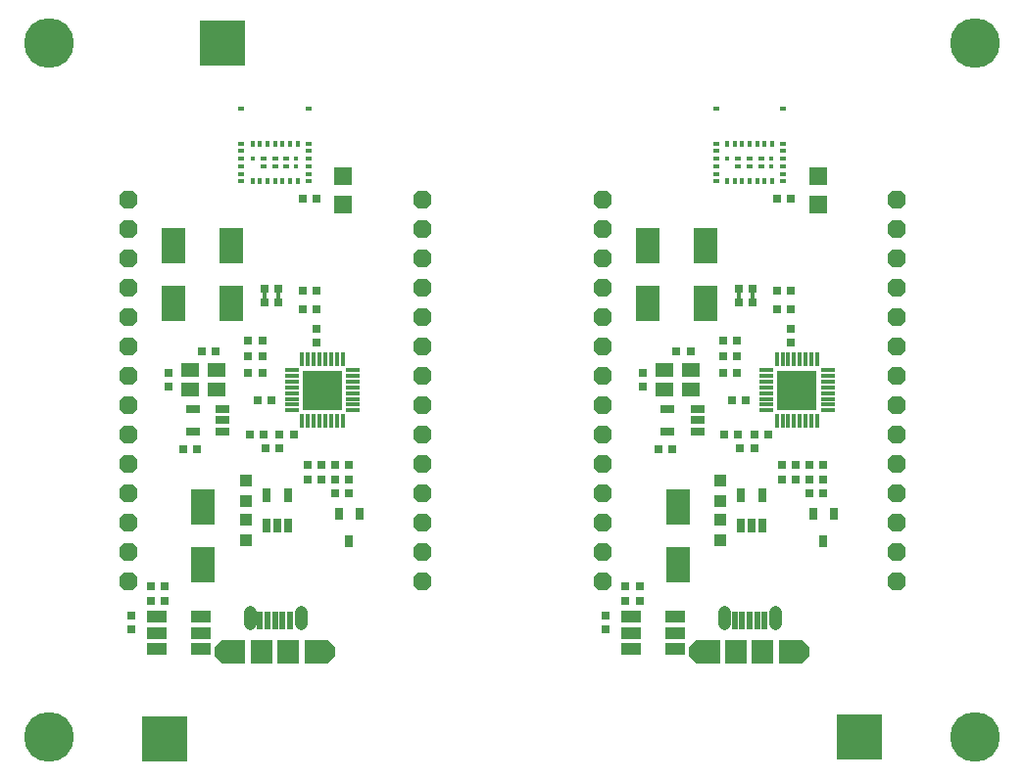
<source format=gts>
G75*
%MOIN*%
%OFA0B0*%
%FSLAX25Y25*%
%IPPOS*%
%LPD*%
%AMOC8*
5,1,8,0,0,1.08239X$1,22.5*
%
%ADD10C,0.16929*%
%ADD11R,0.01181X0.02362*%
%ADD12R,0.02362X0.01181*%
%ADD13R,0.01181X0.01181*%
%ADD14R,0.05906X0.05906*%
%ADD15R,0.03150X0.03150*%
%ADD16R,0.08268X0.12205*%
%ADD17R,0.04331X0.04331*%
%ADD18R,0.03150X0.05118*%
%ADD19R,0.03150X0.04331*%
%ADD20R,0.06693X0.03937*%
%ADD21OC8,0.06299*%
%ADD22C,0.04331*%
%ADD23R,0.15748X0.15748*%
%ADD24R,0.05906X0.05118*%
%ADD25R,0.13780X0.13780*%
%ADD26R,0.04921X0.01378*%
%ADD27R,0.01378X0.04921*%
%ADD28R,0.07480X0.07874*%
%ADD29R,0.06693X0.07874*%
%ADD30OC8,0.07874*%
%ADD31C,0.04331*%
%ADD32R,0.01969X0.05906*%
%ADD33R,0.01575X0.03543*%
%ADD34R,0.05118X0.03150*%
D10*
X0058658Y0068776D03*
X0058658Y0304996D03*
X0373619Y0304996D03*
X0373619Y0068776D03*
D11*
X0304524Y0258146D03*
X0301965Y0258146D03*
X0299406Y0258146D03*
X0296847Y0258146D03*
X0294288Y0258146D03*
X0291729Y0258146D03*
X0289170Y0258146D03*
X0289170Y0270744D03*
X0291729Y0270744D03*
X0294288Y0270744D03*
X0296847Y0270744D03*
X0299406Y0270744D03*
X0301965Y0270744D03*
X0304524Y0270744D03*
X0143107Y0270744D03*
X0140548Y0270744D03*
X0137989Y0270744D03*
X0135430Y0270744D03*
X0132871Y0270744D03*
X0130312Y0270744D03*
X0127753Y0270744D03*
X0127753Y0258146D03*
X0130312Y0258146D03*
X0132871Y0258146D03*
X0135430Y0258146D03*
X0137989Y0258146D03*
X0140548Y0258146D03*
X0143107Y0258146D03*
D12*
X0146847Y0258047D03*
X0146847Y0260606D03*
X0146847Y0263165D03*
X0146847Y0265724D03*
X0146847Y0268283D03*
X0146847Y0270843D03*
X0139367Y0265724D03*
X0139367Y0263165D03*
X0135430Y0263165D03*
X0135430Y0265724D03*
X0131493Y0265724D03*
X0131493Y0263165D03*
X0124012Y0263165D03*
X0124012Y0260606D03*
X0124012Y0258047D03*
X0124012Y0265724D03*
X0124012Y0268283D03*
X0124012Y0270843D03*
X0124012Y0282654D03*
X0146847Y0282654D03*
X0285430Y0282654D03*
X0285430Y0270843D03*
X0285430Y0268283D03*
X0285430Y0265724D03*
X0285430Y0263165D03*
X0285430Y0260606D03*
X0285430Y0258047D03*
X0292910Y0263165D03*
X0292910Y0265724D03*
X0296847Y0265724D03*
X0296847Y0263165D03*
X0300784Y0263165D03*
X0300784Y0265724D03*
X0308264Y0265724D03*
X0308264Y0263165D03*
X0308264Y0260606D03*
X0308264Y0258047D03*
X0308264Y0268283D03*
X0308264Y0270843D03*
X0308264Y0282654D03*
D13*
X0304131Y0265724D03*
X0304131Y0263165D03*
X0289170Y0265724D03*
X0142713Y0265724D03*
X0142713Y0263165D03*
X0127753Y0265724D03*
D14*
X0158658Y0259720D03*
X0158658Y0250272D03*
X0320075Y0250272D03*
X0320075Y0259720D03*
D15*
X0311020Y0252240D03*
X0306296Y0252240D03*
X0306296Y0220744D03*
X0311020Y0220744D03*
X0311020Y0214445D03*
X0306296Y0214445D03*
X0311020Y0207752D03*
X0311020Y0203028D03*
X0292516Y0203815D03*
X0287792Y0203815D03*
X0287792Y0198303D03*
X0292516Y0198303D03*
X0292516Y0192791D03*
X0287792Y0192791D03*
X0290942Y0183343D03*
X0295666Y0183343D03*
X0292910Y0171925D03*
X0288186Y0171925D03*
X0293698Y0167201D03*
X0298422Y0167201D03*
X0298422Y0171925D03*
X0303146Y0171925D03*
X0307871Y0161295D03*
X0312595Y0161295D03*
X0317320Y0161295D03*
X0322044Y0161295D03*
X0322044Y0156571D03*
X0317320Y0156571D03*
X0317320Y0151846D03*
X0322044Y0151846D03*
X0312595Y0156571D03*
X0307871Y0156571D03*
X0270469Y0166807D03*
X0265745Y0166807D03*
X0260627Y0188067D03*
X0260627Y0192791D03*
X0272044Y0200272D03*
X0276768Y0200272D03*
X0293304Y0216807D03*
X0298028Y0216807D03*
X0298028Y0221531D03*
X0293304Y0221531D03*
X0259446Y0119957D03*
X0259446Y0115232D03*
X0254721Y0115232D03*
X0254721Y0119957D03*
X0248028Y0110114D03*
X0248028Y0105390D03*
X0160627Y0151846D03*
X0155902Y0151846D03*
X0155902Y0156571D03*
X0151178Y0156571D03*
X0146453Y0156571D03*
X0146453Y0161295D03*
X0151178Y0161295D03*
X0155902Y0161295D03*
X0160627Y0161295D03*
X0160627Y0156571D03*
X0141729Y0171925D03*
X0137005Y0171925D03*
X0137005Y0167201D03*
X0132280Y0167201D03*
X0131493Y0171925D03*
X0126768Y0171925D03*
X0129524Y0183343D03*
X0134249Y0183343D03*
X0131099Y0192791D03*
X0126375Y0192791D03*
X0126375Y0198303D03*
X0131099Y0198303D03*
X0131099Y0203815D03*
X0126375Y0203815D03*
X0115351Y0200272D03*
X0110627Y0200272D03*
X0099209Y0192791D03*
X0099209Y0188067D03*
X0104327Y0166807D03*
X0109052Y0166807D03*
X0149603Y0203028D03*
X0149603Y0207752D03*
X0149603Y0214445D03*
X0144879Y0214445D03*
X0144879Y0220744D03*
X0149603Y0220744D03*
X0136611Y0221531D03*
X0136611Y0216807D03*
X0131886Y0216807D03*
X0131886Y0221531D03*
X0144879Y0252240D03*
X0149603Y0252240D03*
X0098028Y0119957D03*
X0093304Y0119957D03*
X0093304Y0115232D03*
X0098028Y0115232D03*
X0086611Y0110114D03*
X0086611Y0105390D03*
D16*
X0111020Y0127437D03*
X0111020Y0147122D03*
X0120469Y0216413D03*
X0100784Y0216413D03*
X0100784Y0236098D03*
X0120469Y0236098D03*
X0262201Y0236098D03*
X0281886Y0236098D03*
X0281886Y0216413D03*
X0262201Y0216413D03*
X0272438Y0147122D03*
X0272438Y0127437D03*
D17*
X0287005Y0135705D03*
X0287005Y0142791D03*
X0287005Y0149091D03*
X0287005Y0156177D03*
X0125587Y0156177D03*
X0125587Y0149091D03*
X0125587Y0142791D03*
X0125587Y0135705D03*
D18*
X0132477Y0140823D03*
X0136217Y0140823D03*
X0139957Y0140823D03*
X0139957Y0151059D03*
X0132477Y0151059D03*
X0293894Y0151059D03*
X0301375Y0151059D03*
X0301375Y0140823D03*
X0297635Y0140823D03*
X0293894Y0140823D03*
D19*
X0318501Y0144760D03*
X0325587Y0144760D03*
X0322044Y0135311D03*
X0164170Y0144760D03*
X0157083Y0144760D03*
X0160627Y0135311D03*
D20*
X0110233Y0109720D03*
X0110233Y0104209D03*
X0110233Y0098697D03*
X0095272Y0098697D03*
X0095272Y0104209D03*
X0095272Y0109720D03*
X0256690Y0109720D03*
X0256690Y0104209D03*
X0256690Y0098697D03*
X0271650Y0098697D03*
X0271650Y0104209D03*
X0271650Y0109720D03*
D21*
X0246847Y0121886D03*
X0246847Y0131886D03*
X0246847Y0141886D03*
X0246847Y0151886D03*
X0246847Y0161886D03*
X0246847Y0171886D03*
X0246847Y0181886D03*
X0246847Y0191886D03*
X0246847Y0201886D03*
X0246847Y0211886D03*
X0246847Y0221886D03*
X0246847Y0231886D03*
X0246847Y0241886D03*
X0246847Y0251886D03*
X0185430Y0251886D03*
X0185430Y0241886D03*
X0185430Y0231886D03*
X0185430Y0221886D03*
X0185430Y0211886D03*
X0185430Y0201886D03*
X0185430Y0191886D03*
X0185430Y0181886D03*
X0185430Y0171886D03*
X0185430Y0161886D03*
X0185430Y0151886D03*
X0185430Y0141886D03*
X0185430Y0131886D03*
X0185430Y0121886D03*
X0085430Y0121886D03*
X0085430Y0131886D03*
X0085430Y0141886D03*
X0085430Y0151886D03*
X0085430Y0161886D03*
X0085430Y0171886D03*
X0085430Y0181886D03*
X0085430Y0191886D03*
X0085430Y0201886D03*
X0085430Y0211886D03*
X0085430Y0221886D03*
X0085430Y0231886D03*
X0085430Y0241886D03*
X0085430Y0251886D03*
X0346847Y0251886D03*
X0346847Y0241886D03*
X0346847Y0231886D03*
X0346847Y0221886D03*
X0346847Y0211886D03*
X0346847Y0201886D03*
X0346847Y0191886D03*
X0346847Y0181886D03*
X0346847Y0171886D03*
X0346847Y0161886D03*
X0346847Y0151886D03*
X0346847Y0141886D03*
X0346847Y0131886D03*
X0346847Y0121886D03*
D22*
X0334249Y0068776D03*
X0098028Y0067988D03*
X0117713Y0304996D03*
D23*
X0117713Y0304996D03*
X0098028Y0067988D03*
X0334249Y0068776D03*
D24*
X0276965Y0187083D03*
X0276965Y0193776D03*
X0267910Y0193776D03*
X0267910Y0187083D03*
X0115548Y0187083D03*
X0115548Y0193776D03*
X0106493Y0193776D03*
X0106493Y0187083D03*
D25*
X0151572Y0186886D03*
X0312989Y0186886D03*
D26*
X0302556Y0187870D03*
X0302556Y0185902D03*
X0302556Y0183933D03*
X0302556Y0181965D03*
X0302556Y0179996D03*
X0302556Y0189839D03*
X0302556Y0191807D03*
X0302556Y0193776D03*
X0323422Y0193776D03*
X0323422Y0191807D03*
X0323422Y0189839D03*
X0323422Y0187870D03*
X0323422Y0185902D03*
X0323422Y0183933D03*
X0323422Y0181965D03*
X0323422Y0179996D03*
X0162005Y0179996D03*
X0162005Y0181965D03*
X0162005Y0183933D03*
X0162005Y0185902D03*
X0162005Y0187870D03*
X0162005Y0189839D03*
X0162005Y0191807D03*
X0162005Y0193776D03*
X0141138Y0193776D03*
X0141138Y0191807D03*
X0141138Y0189839D03*
X0141138Y0187870D03*
X0141138Y0185902D03*
X0141138Y0183933D03*
X0141138Y0181965D03*
X0141138Y0179996D03*
D27*
X0144682Y0176453D03*
X0146650Y0176453D03*
X0148619Y0176453D03*
X0150587Y0176453D03*
X0152556Y0176453D03*
X0154524Y0176453D03*
X0156493Y0176453D03*
X0158461Y0176453D03*
X0158461Y0197319D03*
X0156493Y0197319D03*
X0154524Y0197319D03*
X0152556Y0197319D03*
X0150587Y0197319D03*
X0148619Y0197319D03*
X0146650Y0197319D03*
X0144682Y0197319D03*
X0306099Y0197319D03*
X0308068Y0197319D03*
X0310036Y0197319D03*
X0312005Y0197319D03*
X0313973Y0197319D03*
X0315942Y0197319D03*
X0317910Y0197319D03*
X0319879Y0197319D03*
X0319879Y0176453D03*
X0317910Y0176453D03*
X0315942Y0176453D03*
X0313973Y0176453D03*
X0312005Y0176453D03*
X0310036Y0176453D03*
X0308068Y0176453D03*
X0306099Y0176453D03*
D28*
X0301375Y0097713D03*
X0292320Y0097713D03*
X0139957Y0097713D03*
X0130902Y0097713D03*
D29*
X0122044Y0097713D03*
X0148816Y0097713D03*
X0283461Y0097713D03*
X0310233Y0097713D03*
D30*
X0313383Y0097713D03*
X0280312Y0097713D03*
X0151965Y0097713D03*
X0118894Y0097713D03*
D31*
X0126768Y0107555D02*
X0126768Y0111492D01*
X0144091Y0111492D02*
X0144091Y0107555D01*
X0288186Y0107555D02*
X0288186Y0111492D01*
X0305509Y0111492D02*
X0305509Y0107555D01*
D32*
X0301965Y0108343D03*
X0299406Y0108343D03*
X0296847Y0108343D03*
X0294288Y0108343D03*
X0291729Y0108343D03*
X0140548Y0108343D03*
X0137989Y0108343D03*
X0135430Y0108343D03*
X0132871Y0108343D03*
X0130312Y0108343D03*
D33*
X0131886Y0219169D03*
X0136611Y0219169D03*
X0293304Y0219169D03*
X0298028Y0219169D03*
D34*
X0279131Y0180390D03*
X0279131Y0176650D03*
X0279131Y0172909D03*
X0268894Y0172909D03*
X0268894Y0180390D03*
X0117713Y0180390D03*
X0117713Y0176650D03*
X0117713Y0172909D03*
X0107477Y0172909D03*
X0107477Y0180390D03*
M02*

</source>
